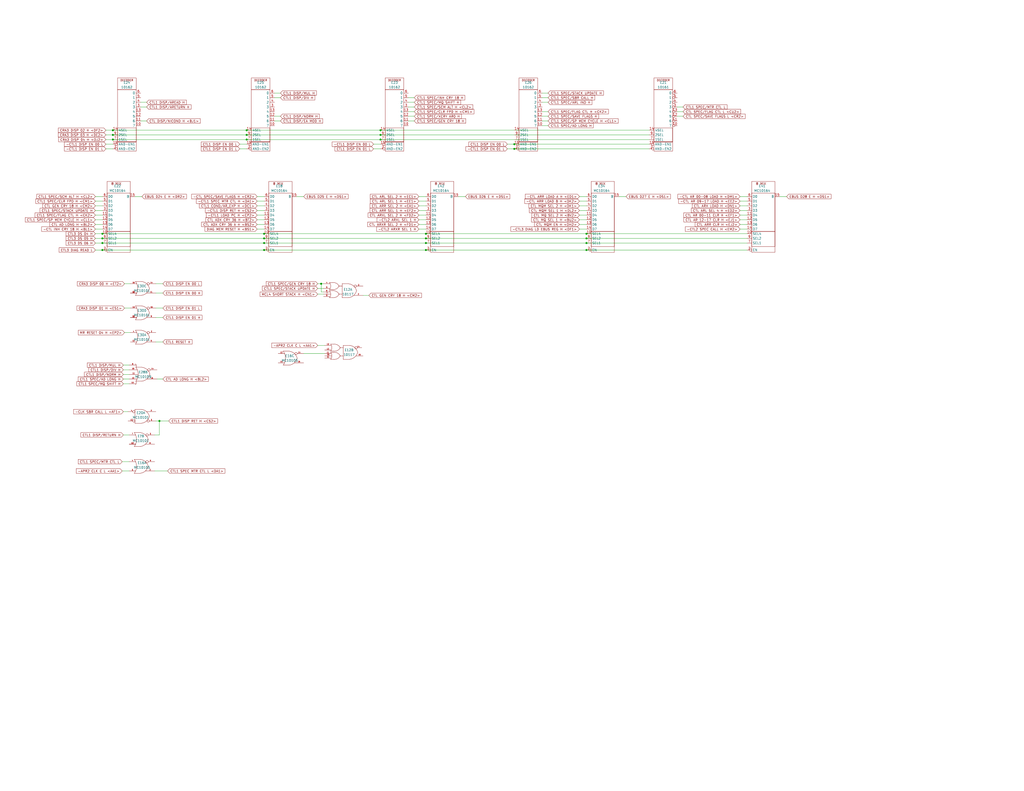
<source format=kicad_sch>
(kicad_sch (version 20211123) (generator eeschema)
  (paper "C")
  (title_block (title "EBOX CONTROL #1 SPEC/FUNC & DIAG") (date "1977-01-25") (company "DIGITAL EQUIPMENT CORPORATION") (comment 1 "M8543-0-0"))
  (lib_symbols
    (symbol "DEC20:10117" (pin_names hide)
      (property "Reference" "E" (at -0.635 0 0))
      (property "Value" "10117" (at 0 -1.905 0))
      (symbol "10117_0_1"
        (arc (start -11.2981 -5.08) (mid -10.6885 -3.175) (end -11.2981 -1.27))
        (arc (start -11.2981 -0.635) (mid -10.6885 1.27) (end -11.2981 3.175))
        (arc (start -9.525 -5.08) (mid -7.5184 -4.6534) (end -6.0962 -3.175))
        (arc (start -9.525 -0.635) (mid -7.5184 -0.2084) (end -6.0962 1.27))
        (arc (start -6.0962 -3.175) (mid -7.5148 -1.6901) (end -9.525 -1.27))
        (arc (start -6.0962 1.27) (mid -7.5148 2.7549) (end -9.525 3.175))
        (arc (start -0.9908 -5.08) (mid 1.8043 -3.854) (end 3.4288 -1.27))
        (polyline (pts (xy -11.43 -5.08) (xy -9.525 -5.08)))
        (polyline (pts (xy -11.43 -1.27) (xy -9.525 -1.27)))
        (polyline (pts (xy -11.43 -0.635) (xy -9.525 -0.635)))
        (polyline (pts (xy -11.43 3.175) (xy -9.525 3.175)))
        (polyline (pts (xy -6.35 -3.175) (xy -4.445 -3.175)))
        (polyline (pts (xy -6.35 1.27) (xy -4.445 1.27)))
        (polyline (pts (xy -4.445 -5.08) (xy -4.445 -5.08)))
        (polyline (pts (xy -4.445 -5.08) (xy -1.0162 -5.08)))
        (polyline (pts (xy -4.445 2.54) (xy -4.445 -5.08)))
        (polyline (pts (xy -4.445 2.54) (xy -1.0162 2.54)))
        (arc (start 3.4288 -1.27) (mid 1.8116 1.3225) (end -0.9908 2.54))
        (pin input line (at -14.605 -4.445 0) (length 3.556) (name "E") (number "9"))
      )
      (symbol "10117_1_1"
        (pin output line (at 6.985 -3.81 180) (length 5.08) (name "Y") (number "2"))
        (pin output inverted (at 6.985 1.27 180) (length 4.826) (name "X") (number "3"))
        (pin input line (at -14.605 2.54 0) (length 3.556) (name "A") (number "4"))
        (pin input line (at -14.605 0 0) (length 3.556) (name "B") (number "5"))
        (pin input line (at -14.605 -1.905 0) (length 3.556) (name "C") (number "6"))
        (pin input line (at -14.605 -3.175 0) (length 3.81) (name "D") (number "7"))
      )
      (symbol "10117_2_1"
        (pin input line (at -14.605 -3.175 0) (length 3.81) (name "D") (number "10"))
        (pin input line (at -14.605 -1.905 0) (length 3.556) (name "C") (number "11"))
        (pin input line (at -14.605 0 0) (length 3.556) (name "B") (number "12"))
        (pin input line (at -14.605 2.54 0) (length 3.556) (name "A") (number "13"))
        (pin input inverted (at 5.715 1.27 180) (length 3.81) (name "X") (number "14"))
        (pin input line (at 6.35 -3.175 180) (length 3.81) (name "Y") (number "15"))
      )
    )
    (symbol "DEC20:10161"
      (property "Reference" "E" (at -0.635 0 0))
      (property "Value" "10161" (at 0 1.905 0))
      (symbol "10161_0_0"
        (rectangle (start -5.08 -29.845) (end 5.08 -34.925))
        (rectangle (start -5.08 -22.225) (end 5.08 -29.845))
        (rectangle (start -5.08 -1.27) (end 5.08 -29.845))
        (rectangle (start -5.08 5.08) (end 5.08 -1.27))
        (text "DECODER" (at 0 3.81 0) (effects (font (size 1.016 1.016))))
      )
      (symbol "10161_1_1"
        (pin output inverted (at 7.62 -20.955 180) (length 2.54) (name "7") (number "10"))
        (pin output inverted (at 7.62 -18.415 180) (length 2.54) (name "6") (number "11"))
        (pin output inverted (at 7.62 -15.875 180) (length 2.54) (name "5") (number "12"))
        (pin output inverted (at 7.62 -13.335 180) (length 2.54) (name "4") (number "13"))
        (pin input line (at -7.62 -23.495 0) (length 2.54) (name "4SEL") (number "14"))
        (pin input inverted (at -7.62 -31.115 0) (length 2.54) (name "AND-EN1") (number "15"))
        (pin input inverted (at -7.62 -33.655 0) (length 2.54) (name "AND-EN2") (number "2"))
        (pin output inverted (at 7.62 -10.795 180) (length 2.54) (name "3") (number "3"))
        (pin output inverted (at 7.62 -8.255 180) (length 2.54) (name "2") (number "4"))
        (pin output inverted (at 7.62 -5.715 180) (length 2.54) (name "1") (number "5"))
        (pin output inverted (at 7.62 -3.175 180) (length 2.54) (name "0") (number "6"))
        (pin input line (at -7.62 -28.575 0) (length 2.54) (name "1SEL") (number "7"))
        (pin input line (at -7.62 -26.035 0) (length 2.54) (name "2SEL") (number "9"))
      )
    )
    (symbol "DEC20:10162"
      (property "Reference" "E" (at -0.635 0 0))
      (property "Value" "10162" (at 0 1.905 0))
      (symbol "10162_0_0"
        (rectangle (start -5.08 -29.845) (end 5.08 -34.925))
        (rectangle (start -5.08 -22.225) (end 5.08 -29.845))
        (rectangle (start -5.08 -1.27) (end 5.08 -29.845))
        (rectangle (start -5.08 5.08) (end 5.08 -1.27))
        (text "DECODER" (at 0 3.81 0) (effects (font (size 1.016 1.016))))
      )
      (symbol "10162_1_1"
        (pin output line (at 7.62 -20.955 180) (length 2.54) (name "7") (number "10"))
        (pin output line (at 7.62 -18.415 180) (length 2.54) (name "6") (number "11"))
        (pin output line (at 7.62 -15.875 180) (length 2.54) (name "5") (number "12"))
        (pin output line (at 7.62 -13.335 180) (length 2.54) (name "4") (number "13"))
        (pin input line (at -7.62 -23.495 0) (length 2.54) (name "4SEL") (number "14"))
        (pin input inverted (at -7.62 -31.115 0) (length 2.54) (name "AND-EN1") (number "15"))
        (pin input inverted (at -7.62 -33.655 0) (length 2.54) (name "AND-EN2") (number "2"))
        (pin output line (at 7.62 -10.795 180) (length 2.54) (name "3") (number "3"))
        (pin output line (at 7.62 -8.255 180) (length 2.54) (name "2") (number "4"))
        (pin output line (at 7.62 -5.715 180) (length 2.54) (name "1") (number "5"))
        (pin output line (at 7.62 -3.175 180) (length 2.54) (name "0") (number "6"))
        (pin input line (at -7.62 -28.575 0) (length 2.54) (name "1SEL") (number "7"))
        (pin input line (at -7.62 -26.035 0) (length 2.54) (name "2SEL") (number "9"))
      )
    )
    (symbol "DEC20:MC10101" (pin_names (offset 0) hide)
      (property "Reference" "E" (at -4.445 0 0))
      (property "Value" "MC10101" (at -6.35 6.35 0))
      (symbol "MC10101_0_0"
        (pin power_in line (at -6.35 6.35 270) (length 2.54) hide (name "VCC1") (number "1"))
        (pin power_in line (at -1.27 6.35 270) (length 3.556) hide (name "VCC2") (number "16"))
        (pin passive line (at -5.08 -6.35 90) (length 2.54) hide (name "VEE") (number "8"))
      )
      (symbol "MC10101_0_1"
        (arc (start -7.3662 -3.81) (mid -6.1452 0) (end -7.3662 3.81))
        (arc (start -4.1658 -3.81) (mid -1.3707 -2.584) (end 0.2538 0))
        (polyline (pts (xy -7.3662 -3.81) (xy -4.1912 -3.81)))
        (polyline (pts (xy -7.3662 3.81) (xy -4.1912 3.81)))
        (arc (start 0.2538 0) (mid -1.3634 2.5925) (end -4.1658 3.81))
        (pin input line (at -10.16 -2.54 0) (length 3.556) (name "COMin") (number "12"))
      )
      (symbol "MC10101_0_2"
        (arc (start -4.1658 -3.81) (mid -1.3707 -2.584) (end 0.2538 0))
        (polyline (pts (xy -7.62 -3.81) (xy -4.1912 -3.81)))
        (polyline (pts (xy -7.62 3.81) (xy -7.62 -3.81)))
        (polyline (pts (xy -7.62 3.81) (xy -4.1912 3.81)))
        (polyline (pts (xy -6.35 3.81) (xy -6.35 3.81)))
        (polyline (pts (xy -6.35 3.81) (xy -6.35 3.81)))
        (arc (start 0.2538 0) (mid -1.3634 2.5925) (end -4.1658 3.81))
        (pin input inverted (at -11.43 -2.54 0) (length 3.81) (name "COMin") (number "12"))
      )
      (symbol "MC10101_1_1"
        (pin output inverted (at 3.81 2.54 180) (length 4.826) (name "~Aout") (number "2"))
        (pin input line (at -10.16 2.54 0) (length 3.556) (name "Ain") (number "4"))
        (pin output line (at 3.81 -2.54 180) (length 5.08) (name "Aout") (number "5"))
      )
      (symbol "MC10101_1_2"
        (circle (center -8.89 2.54) (radius 0.0001))
        (pin output line (at 3.81 2.54 180) (length 5.08) (name "~Aout") (number "2"))
        (pin input inverted (at -11.43 2.54 0) (length 3.81) (name "Ain") (number "4"))
        (pin output inverted (at 3.81 -2.54 180) (length 4.826) (name "Aout") (number "5"))
      )
      (symbol "MC10101_2_1"
        (pin input line (at -10.16 -2.54 0) (length 3.556) (name "COMin") (number "12"))
        (pin output inverted (at 3.81 2.54 180) (length 4.826) (name "~Bout") (number "3"))
        (pin output line (at 3.81 -2.54 180) (length 5.08) (name "Bout") (number "6"))
        (pin input line (at -10.16 2.54 0) (length 3.556) (name "Bin") (number "7"))
      )
      (symbol "MC10101_2_2"
        (circle (center -8.89 2.54) (radius 0.0001))
        (pin output line (at 3.81 2.54 180) (length 5.08) (name "~Bout") (number "3"))
        (pin output inverted (at 3.81 -2.54 180) (length 4.826) (name "Bout") (number "6"))
        (pin input inverted (at -11.43 2.54 0) (length 3.81) (name "Bin") (number "7"))
      )
      (symbol "MC10101_3_1"
        (pin input line (at -10.16 2.54 0) (length 3.556) (name "Cin") (number "10"))
        (pin output line (at 3.81 -2.54 180) (length 5.08) (name "Cout") (number "11"))
        (pin input line (at -10.16 -2.54 0) (length 3.556) (name "COMin") (number "12"))
        (pin output inverted (at 3.81 2.54 180) (length 4.826) (name "~Cout") (number "14"))
      )
      (symbol "MC10101_3_2"
        (circle (center -8.89 2.54) (radius 0.0001))
        (pin input inverted (at -11.43 2.54 0) (length 3.81) (name "Cin") (number "10"))
        (pin output inverted (at 3.81 -2.54 180) (length 4.826) (name "Cout") (number "11"))
        (pin output line (at 3.81 2.54 180) (length 4.826) (name "~Cout") (number "14"))
      )
      (symbol "MC10101_4_1"
        (pin input line (at -10.16 -2.54 0) (length 3.556) (name "COMin") (number "12"))
        (pin input line (at -10.16 2.54 0) (length 3.556) (name "Din") (number "13"))
        (pin output inverted (at 3.81 2.54 180) (length 4.826) (name "~Dout") (number "15"))
        (pin output line (at 3.81 -2.54 180) (length 5.08) (name "Dout") (number "9"))
      )
      (symbol "MC10101_4_2"
        (circle (center -8.89 2.54) (radius 0.0001))
        (pin input inverted (at -11.43 2.54 0) (length 3.81) (name "Din") (number "13"))
        (pin output line (at 3.81 2.54 180) (length 5.08) (name "~Dout") (number "15"))
        (pin output inverted (at 3.81 -2.54 180) (length 4.826) (name "Dout") (number "9"))
      )
    )
    (symbol "DEC20:MC10105" (pin_names hide)
      (property "Reference" "E" (at -1.27 -5.08 0))
      (property "Value" "MC10105" (at 0 0 0))
      (symbol "MC10105_0_0"
        (pin power_in line (at -2.54 1.27 270) (length 2.54) hide (name "VCC1") (number "1"))
        (pin power_in line (at 2.54 1.27 270) (length 3.556) hide (name "VCC2") (number "16"))
        (pin passive line (at -1.27 -11.43 90) (length 2.54) hide (name "VEE") (number "8"))
      )
      (symbol "MC10105_0_1"
        (arc (start -3.5562 -8.89) (mid -2.3352 -5.08) (end -3.5562 -1.27))
        (arc (start -0.3558 -8.89) (mid 2.4393 -7.664) (end 4.0638 -5.08))
        (polyline (pts (xy -3.5562 -8.89) (xy -0.3812 -8.89)))
        (polyline (pts (xy -3.5562 -1.27) (xy -0.3812 -1.27)))
        (arc (start 4.0638 -5.08) (mid 2.4466 -2.4875) (end -0.3558 -1.27))
      )
      (symbol "MC10105_1_1"
        (pin output line (at 7.62 -7.62 180) (length 5.08) (name "Aout") (number "2"))
        (pin output inverted (at 7.62 -2.54 180) (length 4.826) (name "~Aout") (number "3"))
        (pin input line (at -6.35 -2.54 0) (length 3.556) (name "Ain1") (number "4"))
        (pin input line (at -6.35 -7.62 0) (length 3.556) (name "Ain2") (number "5"))
      )
      (symbol "MC10105_2_1"
        (pin input line (at -6.35 -5.08 0) (length 4.064) (name "Bin2") (number "10"))
        (pin input line (at -6.35 -7.62 0) (length 3.556) (name "Bin3") (number "11"))
        (pin output inverted (at 7.62 -2.54 180) (length 4.826) (name "~Bout") (number "6"))
        (pin output line (at 7.62 -7.62 180) (length 5.08) (name "Bout") (number "7"))
        (pin input line (at -6.35 -2.54 0) (length 3.556) (name "Bin1") (number "9"))
      )
      (symbol "MC10105_3_1"
        (pin input line (at -6.35 -2.54 0) (length 3.556) (name "Cin1") (number "12"))
        (pin input line (at -6.35 -7.62 0) (length 3.556) (name "Cin2") (number "13"))
        (pin output inverted (at 7.62 -2.54 180) (length 4.826) (name "~Cout") (number "14"))
        (pin output line (at 7.62 -7.62 180) (length 5.08) (name "Cout") (number "15"))
      )
    )
    (symbol "DEC20:MC10109" (pin_names hide)
      (property "Reference" "E" (at 2.54 3.81 0))
      (property "Value" "MC10109" (at 5.08 8.89 0))
      (symbol "MC10109_0_0"
        (pin power_in line (at 0.889 10.287 270) (length 2.54) hide (name "VCC1") (number "1"))
        (pin power_in line (at 5.969 10.287 270) (length 3.556) hide (name "VCC2") (number "16"))
        (pin passive line (at 2.159 -2.413 90) (length 2.54) hide (name "VEE") (number "8"))
      )
      (symbol "MC10109_0_1"
        (arc (start -0.381 -1.778) (mid 0.0502 -0.866) (end -0.1272 0.127))
        (arc (start -0.1272 0.127) (mid 1.0938 3.937) (end -0.1272 7.747))
        (arc (start -0.1272 7.747) (mid 0.0496 8.74) (end -0.381 9.652))
        (polyline (pts (xy -0.1272 0.127) (xy 3.0478 0.127)))
        (polyline (pts (xy -0.1272 7.747) (xy 3.0478 7.747)))
        (arc (start 3.0732 0.127) (mid 5.8683 1.353) (end 7.4928 3.937))
        (arc (start 7.4928 3.937) (mid 5.8756 6.5295) (end 3.0732 7.747))
      )
      (symbol "MC10109_1_1"
        (pin output line (at 11.43 1.27 180) (length 5.588) (name "Aout") (number "2"))
        (pin output inverted (at 11.43 6.35 180) (length 5.08) (name "~Aout") (number "3"))
        (pin input line (at -3.81 8.89 0) (length 3.556) (name "Bin1") (number "4"))
        (pin input line (at -3.81 6.35 0) (length 4.318) (name "Bin2") (number "5"))
        (pin input line (at -3.81 1.27 0) (length 4.318) (name "Bin3") (number "6"))
        (pin input line (at -3.81 -1.27 0) (length 3.556) (name "Bin4") (number "7"))
      )
      (symbol "MC10109_2_1"
        (pin input line (at -3.81 6.35 0) (length 4.318) (name "Bin2") (number "10"))
        (pin input line (at -3.81 3.81 0) (length 4.826) (name "Bin3") (number "11"))
        (pin input line (at -3.81 1.27 0) (length 4.318) (name "Bin4") (number "12"))
        (pin input line (at -3.81 -1.27 0) (length 3.683) (name "Bin5") (number "13"))
        (pin output inverted (at 11.43 6.35 180) (length 5.08) (name "~Bout") (number "14"))
        (pin output line (at 11.43 1.27 180) (length 5.588) (name "Bout") (number "15"))
        (pin input line (at -3.81 8.89 0) (length 3.81) (name "Bin1") (number "9"))
      )
    )
    (symbol "DEC20:MC10164"
      (property "Reference" "E" (at -1.27 -3.81 0))
      (property "Value" "MC10164" (at 0 -1.905 0))
      (symbol "MC10164_0_0"
        (rectangle (start -5.08 -26.035) (end 7.62 -34.29))
        (rectangle (start -5.08 -5.08) (end 7.62 -26.035))
        (rectangle (start -5.08 1.27) (end 7.62 -37.465))
        (text "8 MIX" (at 0 0 0) (effects (font (size 1.27 1.27))))
        (pin power_in non_logic (at -3.81 3.81 270) (length 2.54) hide (name "VCC1") (number "1"))
        (pin input line (at -7.62 -27.305 0) (length 2.54) (name "SEL4") (number "10"))
        (pin input line (at -7.62 -17.145 0) (length 2.54) (name "D4") (number "11"))
        (pin input line (at -7.62 -19.685 0) (length 2.54) (name "D5") (number "12"))
        (pin input line (at -7.62 -22.225 0) (length 2.54) (name "D6") (number "13"))
        (pin input line (at -7.62 -24.765 0) (length 2.54) (name "D7") (number "14"))
        (pin output line (at 10.16 -6.985 180) (length 2.54) (name "B") (number "15"))
        (pin power_in non_logic (at -1.27 3.81 270) (length 2.54) hide (name "VCC2") (number "16"))
        (pin input inverted (at -7.62 -36.195 0) (length 2.54) (name "EN") (number "2"))
        (pin input line (at -7.62 -14.605 0) (length 2.54) (name "D3") (number "3"))
        (pin input line (at -7.62 -12.065 0) (length 2.54) (name "D2") (number "4"))
        (pin input line (at -7.62 -9.525 0) (length 2.54) (name "D1") (number "5"))
        (pin input line (at -7.62 -6.985 0) (length 2.54) (name "D0") (number "6"))
        (pin input line (at -7.62 -32.385 0) (length 2.54) (name "SEL1") (number "7"))
        (pin power_in non_logic (at 0.635 -40.005 90) (length 2.54) hide (name "VEE") (number "8"))
        (pin input line (at -7.62 -29.845 0) (length 2.54) (name "SEL2") (number "9"))
      )
    )
  )
  (junction (at 320.04 132.715))
  (junction (at 134.62 76.2))
  (junction (at 55.88 132.715))
  (junction (at 61.595 71.12))
  (junction (at 144.145 132.715))
  (junction (at 134.62 73.66))
  (junction (at 280.67 81.28))
  (junction (at 55.88 130.175))
  (junction (at 207.645 73.66))
  (junction (at 175.26 154.94))
  (junction (at 232.41 136.525))
  (junction (at 232.41 130.175))
  (junction (at 232.41 127.635))
  (junction (at 55.88 136.525))
  (junction (at 144.145 136.525))
  (junction (at 61.595 76.2))
  (junction (at 320.04 130.175))
  (junction (at 320.04 127.635))
  (junction (at 232.41 132.715))
  (junction (at 134.62 71.12))
  (junction (at 55.88 127.635))
  (junction (at 61.595 73.66))
  (junction (at 320.04 136.525))
  (junction (at 144.145 127.635))
  (junction (at 207.645 71.12))
  (junction (at 86.995 229.87))
  (junction (at 280.67 78.74))
  (junction (at 144.145 130.175))
  (junction (at 207.645 76.2))
  (wire (pts (xy 295.91 66.04) (xy 299.085 66.04)))
  (wire (pts (xy 403.86 114.935) (xy 407.67 114.935)))
  (wire (pts (xy 149.86 50.8) (xy 153.035 50.8)))
  (wire (pts (xy 140.335 112.395) (xy 144.145 112.395)))
  (wire (pts (xy 73.66 107.315) (xy 77.47 107.315)))
  (wire (pts (xy 207.645 76.2) (xy 280.67 76.2)))
  (wire (pts (xy 316.23 107.315) (xy 320.04 107.315)))
  (wire (pts (xy 52.07 125.095) (xy 55.88 125.095)))
  (wire (pts (xy 85.09 168.275) (xy 88.9 168.275)))
  (wire (pts (xy 222.885 58.42) (xy 226.06 58.42)))
  (wire (pts (xy 76.835 55.88) (xy 80.01 55.88)))
  (wire (pts (xy 149.86 53.34) (xy 153.035 53.34)))
  (wire (pts (xy 281.305 71.12) (xy 354.33 71.12)))
  (wire (pts (xy 403.86 125.095) (xy 407.67 125.095)))
  (wire (pts (xy 281.305 73.66) (xy 354.33 73.66)))
  (wire (pts (xy 232.41 132.715) (xy 320.04 132.715)))
  (wire (pts (xy 52.07 127.635) (xy 55.88 127.635)))
  (wire (pts (xy 76.835 58.42) (xy 80.01 58.42)))
  (wire (pts (xy 140.335 117.475) (xy 144.145 117.475)))
  (wire (pts (xy 144.145 127.635) (xy 232.41 127.635)))
  (wire (pts (xy 84.455 237.49) (xy 86.995 237.49)))
  (wire (pts (xy 134.62 76.2) (xy 207.645 76.2)))
  (wire (pts (xy 140.335 107.315) (xy 144.145 107.315)))
  (wire (pts (xy 144.145 132.715) (xy 232.41 132.715)))
  (wire (pts (xy 228.6 125.095) (xy 232.41 125.095)))
  (wire (pts (xy 140.335 114.935) (xy 144.145 114.935)))
  (wire (pts (xy 161.925 107.315) (xy 165.735 107.315)))
  (wire (pts (xy 85.725 207.01) (xy 88.9 207.01)))
  (wire (pts (xy 67.31 201.93) (xy 70.485 201.93)))
  (wire (pts (xy 403.86 117.475) (xy 407.67 117.475)))
  (wire (pts (xy 61.595 71.12) (xy 134.62 71.12)))
  (wire (pts (xy 403.86 109.855) (xy 407.67 109.855)))
  (wire (pts (xy 232.41 127.635) (xy 320.04 127.635)))
  (wire (pts (xy 281.305 76.2) (xy 354.33 76.2)))
  (wire (pts (xy 165.735 193.04) (xy 177.165 193.04)))
  (wire (pts (xy 228.6 117.475) (xy 232.41 117.475)))
  (wire (pts (xy 276.86 78.74) (xy 280.67 78.74)))
  (wire (pts (xy 320.04 132.715) (xy 407.67 132.715)))
  (wire (pts (xy 67.945 154.94) (xy 71.12 154.94)))
  (wire (pts (xy 130.81 81.28) (xy 134.62 81.28)))
  (wire (pts (xy 228.6 120.015) (xy 232.41 120.015)))
  (wire (pts (xy 228.6 122.555) (xy 232.41 122.555)))
  (wire (pts (xy 320.04 127.635) (xy 407.67 127.635)))
  (wire (pts (xy 55.88 132.715) (xy 144.145 132.715)))
  (wire (pts (xy 369.57 60.96) (xy 372.745 60.96)))
  (wire (pts (xy 337.82 107.315) (xy 341.63 107.315)))
  (wire (pts (xy 276.86 81.28) (xy 280.67 81.28)))
  (wire (pts (xy 144.145 130.175) (xy 232.41 130.175)))
  (wire (pts (xy 316.23 120.015) (xy 320.04 120.015)))
  (wire (pts (xy 52.07 120.015) (xy 55.88 120.015)))
  (wire (pts (xy 403.86 107.315) (xy 407.67 107.315)))
  (wire (pts (xy 222.885 53.34) (xy 226.06 53.34)))
  (wire (pts (xy 203.835 78.74) (xy 207.645 78.74)))
  (wire (pts (xy 76.835 66.04) (xy 80.01 66.04)))
  (wire (pts (xy 369.57 58.42) (xy 372.745 58.42)))
  (wire (pts (xy 149.86 63.5) (xy 153.035 63.5)))
  (wire (pts (xy 67.31 237.49) (xy 70.485 237.49)))
  (wire (pts (xy 320.04 130.175) (xy 407.67 130.175)))
  (wire (pts (xy 175.26 159.385) (xy 175.26 154.94)))
  (wire (pts (xy 67.31 207.01) (xy 70.485 207.01)))
  (wire (pts (xy 55.88 136.525) (xy 144.145 136.525)))
  (wire (pts (xy 66.675 257.175) (xy 70.485 257.175)))
  (wire (pts (xy 316.23 114.935) (xy 320.04 114.935)))
  (wire (pts (xy 52.07 114.935) (xy 55.88 114.935)))
  (wire (pts (xy 67.31 204.47) (xy 70.485 204.47)))
  (wire (pts (xy 369.57 63.5) (xy 372.745 63.5)))
  (wire (pts (xy 57.785 73.66) (xy 61.595 73.66)))
  (wire (pts (xy 295.91 68.58) (xy 299.085 68.58)))
  (wire (pts (xy 52.07 122.555) (xy 55.88 122.555)))
  (wire (pts (xy 295.91 60.96) (xy 299.085 60.96)))
  (wire (pts (xy 67.31 209.55) (xy 70.485 209.55)))
  (wire (pts (xy 222.885 63.5) (xy 226.06 63.5)))
  (wire (pts (xy 222.885 60.96) (xy 226.06 60.96)))
  (wire (pts (xy 52.07 117.475) (xy 55.88 117.475)))
  (wire (pts (xy 403.86 122.555) (xy 407.67 122.555)))
  (wire (pts (xy 55.88 130.175) (xy 144.145 130.175)))
  (wire (pts (xy 173.355 157.48) (xy 176.53 157.48)))
  (wire (pts (xy 316.23 112.395) (xy 320.04 112.395)))
  (wire (pts (xy 280.67 78.74) (xy 354.33 78.74)))
  (wire (pts (xy 85.09 173.355) (xy 88.9 173.355)))
  (wire (pts (xy 295.91 63.5) (xy 299.085 63.5)))
  (wire (pts (xy 173.355 160.655) (xy 176.53 160.655)))
  (wire (pts (xy 149.86 66.04) (xy 153.035 66.04)))
  (wire (pts (xy 84.455 257.175) (xy 91.44 257.175)))
  (wire (pts (xy 52.07 136.525) (xy 55.88 136.525)))
  (wire (pts (xy 67.31 224.79) (xy 69.85 224.79)))
  (wire (pts (xy 316.23 109.855) (xy 320.04 109.855)))
  (wire (pts (xy 66.675 252.095) (xy 70.485 252.095)))
  (wire (pts (xy 52.07 107.315) (xy 55.88 107.315)))
  (wire (pts (xy 228.6 112.395) (xy 232.41 112.395)))
  (wire (pts (xy 232.41 136.525) (xy 320.04 136.525)))
  (wire (pts (xy 144.145 136.525) (xy 232.41 136.525)))
  (wire (pts (xy 175.26 154.94) (xy 176.53 154.94)))
  (wire (pts (xy 198.12 161.29) (xy 201.295 161.29)))
  (wire (pts (xy 232.41 130.175) (xy 320.04 130.175)))
  (wire (pts (xy 207.645 73.66) (xy 280.67 73.66)))
  (wire (pts (xy 140.335 125.095) (xy 144.145 125.095)))
  (wire (pts (xy 57.785 76.2) (xy 61.595 76.2)))
  (wire (pts (xy 67.945 181.61) (xy 71.12 181.61)))
  (wire (pts (xy 425.45 107.315) (xy 429.26 107.315)))
  (wire (pts (xy 228.6 109.855) (xy 232.41 109.855)))
  (wire (pts (xy 228.6 107.315) (xy 232.41 107.315)))
  (wire (pts (xy 295.91 53.34) (xy 299.085 53.34)))
  (wire (pts (xy 207.645 71.12) (xy 280.67 71.12)))
  (wire (pts (xy 222.885 55.88) (xy 226.06 55.88)))
  (wire (pts (xy 52.07 109.855) (xy 55.88 109.855)))
  (wire (pts (xy 130.81 78.74) (xy 134.62 78.74)))
  (wire (pts (xy 403.86 112.395) (xy 407.67 112.395)))
  (wire (pts (xy 403.86 120.015) (xy 407.67 120.015)))
  (wire (pts (xy 320.04 136.525) (xy 407.67 136.525)))
  (wire (pts (xy 85.09 154.94) (xy 88.9 154.94)))
  (wire (pts (xy 61.595 76.2) (xy 134.62 76.2)))
  (wire (pts (xy 85.09 160.02) (xy 88.9 160.02)))
  (wire (pts (xy 316.23 117.475) (xy 320.04 117.475)))
  (wire (pts (xy 61.595 73.66) (xy 134.62 73.66)))
  (wire (pts (xy 57.785 81.28) (xy 61.595 81.28)))
  (wire (pts (xy 173.355 188.595) (xy 177.165 188.595)))
  (wire (pts (xy 228.6 114.935) (xy 232.41 114.935)))
  (wire (pts (xy 57.785 78.74) (xy 61.595 78.74)))
  (wire (pts (xy 295.91 55.88) (xy 299.085 55.88)))
  (wire (pts (xy 250.19 107.315) (xy 254 107.315)))
  (wire (pts (xy 52.07 130.175) (xy 55.88 130.175)))
  (wire (pts (xy 85.09 186.69) (xy 88.9 186.69)))
  (wire (pts (xy 134.62 73.66) (xy 207.645 73.66)))
  (wire (pts (xy 316.23 122.555) (xy 320.04 122.555)))
  (wire (pts (xy 295.91 50.8) (xy 299.085 50.8)))
  (wire (pts (xy 222.885 66.04) (xy 226.06 66.04)))
  (wire (pts (xy 203.835 81.28) (xy 207.645 81.28)))
  (wire (pts (xy 52.07 112.395) (xy 55.88 112.395)))
  (wire (pts (xy 280.67 81.28) (xy 354.33 81.28)))
  (wire (pts (xy 316.23 125.095) (xy 320.04 125.095)))
  (wire (pts (xy 140.335 120.015) (xy 144.145 120.015)))
  (wire (pts (xy 140.335 122.555) (xy 144.145 122.555)))
  (wire (pts (xy 57.785 71.12) (xy 61.595 71.12)))
  (wire (pts (xy 67.945 168.275) (xy 71.12 168.275)))
  (wire (pts (xy 86.995 229.87) (xy 92.075 229.87)))
  (wire (pts (xy 134.62 71.12) (xy 207.645 71.12)))
  (wire (pts (xy 52.07 132.715) (xy 55.88 132.715)))
  (wire (pts (xy 86.995 229.87) (xy 85.09 229.87)))
  (wire (pts (xy 140.335 109.855) (xy 144.145 109.855)))
  (wire (pts (xy 173.355 154.94) (xy 175.26 154.94)))
  (wire (pts (xy 55.88 127.635) (xy 144.145 127.635)))
  (wire (pts (xy 176.53 159.385) (xy 175.26 159.385)))
  (wire (pts (xy 86.995 237.49) (xy 86.995 229.87)))
  (wire (pts (xy 67.31 199.39) (xy 70.485 199.39)))
  (global_label "CTL ARX LOAD H <DN1>" (shape input) (at 403.86 112.395 180) (property "Intersheet References" "${INTERSHEET_REFS}" (effects hide)))
  (global_label "CRA3 DISP 04 H <DJ2>" (shape input) (at 57.785 76.2 180) (property "Intersheet References" "${INTERSHEET_REFS}" (effects hide)))
  (global_label "CTL1 DISP EN 01 L" (shape input) (at 203.835 81.28 180) (property "Intersheet References" "${INTERSHEET_REFS}" (effects hide)))
  (global_label "-CLK SBR CALL L <AF1>" (shape input) (at 67.31 224.79 180) (property "Intersheet References" "${INTERSHEET_REFS}" (effects hide)))
  (global_label "CTL1 DISP{slash}MUL H" (shape input) (at 153.035 50.8 0) (property "Intersheet References" "${INTERSHEET_REFS}" (effects hide)))
  (global_label "CTL1 SPEC{slash}ARL IND H" (shape input) (at 299.085 55.88 0) (property "Intersheet References" "${INTERSHEET_REFS}" (effects hide)))
  (global_label "-CTL1 DISP EN 01 L" (shape input) (at 276.86 81.28 180) (property "Intersheet References" "${INTERSHEET_REFS}" (effects hide)))
  (global_label "-APR2 CLK C L <AA1>" (shape input) (at 173.355 188.595 180) (property "Intersheet References" "${INTERSHEET_REFS}" (effects hide)))
  (global_label "CTL1 DISP{slash}AREAD H" (shape input) (at 80.01 55.88 0) (property "Intersheet References" "${INTERSHEET_REFS}" (effects hide)))
  (global_label "CTL1 SPEC{slash}GEN CRY 18 H" (shape input) (at 173.355 154.94 180) (property "Intersheet References" "${INTERSHEET_REFS}" (effects hide)))
  (global_label "CTL1 SPEC{slash}MTR CTL L" (shape input) (at 372.745 58.42 0) (property "Intersheet References" "${INTERSHEET_REFS}" (effects hide)))
  (global_label "EBUS D25 E H <DS1>" (shape input) (at 165.735 107.315 0) (property "Intersheet References" "${INTERSHEET_REFS}" (effects hide)))
  (global_label "-CTL1 DISP EN 00 L" (shape input) (at 203.835 78.74 180) (property "Intersheet References" "${INTERSHEET_REFS}" (effects hide)))
  (global_label "CTL ARXR SEL 2 H <FD1>" (shape input) (at 228.6 122.555 180) (property "Intersheet References" "${INTERSHEET_REFS}" (effects hide)))
  (global_label "CTL1 SPEC{slash}INH CRY 18 H" (shape input) (at 226.06 53.34 0) (property "Intersheet References" "${INTERSHEET_REFS}" (effects hide)))
  (global_label "CTL1 COND{slash}AR_EXP H <DC1>" (shape input) (at 140.335 112.395 180) (property "Intersheet References" "${INTERSHEET_REFS}" (effects hide)))
  (global_label "CTL ADX CRY 36 H <BT2>" (shape input) (at 140.335 120.015 180) (property "Intersheet References" "${INTERSHEET_REFS}" (effects hide)))
  (global_label "CTL AD LONG H <BL2>" (shape input) (at 52.07 122.555 180) (property "Intersheet References" "${INTERSHEET_REFS}" (effects hide)))
  (global_label "CTL ARL SEL 2 H <EC1>" (shape input) (at 228.6 107.315 180) (property "Intersheet References" "${INTERSHEET_REFS}" (effects hide)))
  (global_label "EBUS D26 E H <DS1>" (shape input) (at 254 107.315 0) (property "Intersheet References" "${INTERSHEET_REFS}" (effects hide)))
  (global_label "CTL1 SPEC{slash}SAVE FLAGS H" (shape input) (at 299.085 63.5 0) (property "Intersheet References" "${INTERSHEET_REFS}" (effects hide)))
  (global_label "EBUS D27 E H <DS1>" (shape input) (at 341.63 107.315 0) (property "Intersheet References" "${INTERSHEET_REFS}" (effects hide)))
  (global_label "CTL3 DS 04 H" (shape input) (at 52.07 127.635 180) (property "Intersheet References" "${INTERSHEET_REFS}" (effects hide)))
  (global_label "CTL1 DISP{slash}NORM H" (shape input) (at 153.035 63.5 0) (property "Intersheet References" "${INTERSHEET_REFS}" (effects hide)))
  (global_label "CTL1 DISP{slash}NORM H" (shape input) (at 67.31 204.47 180) (property "Intersheet References" "${INTERSHEET_REFS}" (effects hide)))
  (global_label "CRA3 DISP 01 H <ES1>" (shape input) (at 67.945 168.275 180) (property "Intersheet References" "${INTERSHEET_REFS}" (effects hide)))
  (global_label "CTL1 SPEC{slash}SP MEM CYCLE H <CL1>" (shape input) (at 299.085 66.04 0) (property "Intersheet References" "${INTERSHEET_REFS}" (effects hide)))
  (global_label "CTL1 DISP EN 01 H" (shape input) (at 88.9 173.355 0) (property "Intersheet References" "${INTERSHEET_REFS}" (effects hide)))
  (global_label "-CTL ARR LOAD A H <ED1>" (shape input) (at 316.23 107.315 180) (property "Intersheet References" "${INTERSHEET_REFS}" (effects hide)))
  (global_label "CTL1 SPEC{slash}CLR FPD H <CM1>" (shape input) (at 226.06 60.96 0) (property "Intersheet References" "${INTERSHEET_REFS}" (effects hide)))
  (global_label "CTL GEN CRY 18 H <CM2>" (shape input) (at 201.295 161.29 0) (property "Intersheet References" "${INTERSHEET_REFS}" (effects hide)))
  (global_label "CTL MQM EN H <DH2>" (shape input) (at 316.23 122.555 180) (property "Intersheet References" "${INTERSHEET_REFS}" (effects hide)))
  (global_label "-CTL AR 09-17 LOAD H <EE2>" (shape input) (at 403.86 109.855 180) (property "Intersheet References" "${INTERSHEET_REFS}" (effects hide)))
  (global_label "CTL ARR CLR H <EJ2>" (shape input) (at 403.86 122.555 180) (property "Intersheet References" "${INTERSHEET_REFS}" (effects hide)))
  (global_label "CTL1 DISP EN 01 L" (shape input) (at 88.9 168.275 0) (property "Intersheet References" "${INTERSHEET_REFS}" (effects hide)))
  (global_label "CTL3 DS 05 H" (shape input) (at 52.07 130.175 180) (property "Intersheet References" "${INTERSHEET_REFS}" (effects hide)))
  (global_label "CTL1 SPEC{slash}SBR CALL H" (shape input) (at 299.085 53.34 0) (property "Intersheet References" "${INTERSHEET_REFS}" (effects hide)))
  (global_label "CTL1 DISP{slash}RETURN H" (shape input) (at 67.31 237.49 180) (property "Intersheet References" "${INTERSHEET_REFS}" (effects hide)))
  (global_label "CTL1 SPEC{slash}MQ SHIFT H" (shape input) (at 67.31 209.55 180) (property "Intersheet References" "${INTERSHEET_REFS}" (effects hide)))
  (global_label "CTL1 DISP EN 00 L" (shape input) (at 130.81 78.74 180) (property "Intersheet References" "${INTERSHEET_REFS}" (effects hide)))
  (global_label "CTL1 RESET H" (shape input) (at 88.9 186.69 0) (property "Intersheet References" "${INTERSHEET_REFS}" (effects hide)))
  (global_label "CTL MQM SEL 2 H <DK1>" (shape input) (at 316.23 112.395 180) (property "Intersheet References" "${INTERSHEET_REFS}" (effects hide)))
  (global_label "CTL1 SPEC{slash}SCM ALT H <CL2>" (shape input) (at 52.07 107.315 180) (property "Intersheet References" "${INTERSHEET_REFS}" (effects hide)))
  (global_label "CTL1 SPEC{slash}MTR CTL L" (shape input) (at 66.675 252.095 180) (property "Intersheet References" "${INTERSHEET_REFS}" (effects hide)))
  (global_label "-CTL AR 00-08 LOAD H <DM1>" (shape input) (at 403.86 107.315 180) (property "Intersheet References" "${INTERSHEET_REFS}" (effects hide)))
  (global_label "CTL1 SPEC{slash}MQ SHIFT H" (shape input) (at 226.06 55.88 0) (property "Intersheet References" "${INTERSHEET_REFS}" (effects hide)))
  (global_label "CTL SPEC{slash}SAVE FLAGS L <CR2>" (shape input) (at 372.745 63.5 0) (property "Intersheet References" "${INTERSHEET_REFS}" (effects hide)))
  (global_label "EBUS D28 E H <DS1>" (shape input) (at 429.26 107.315 0) (property "Intersheet References" "${INTERSHEET_REFS}" (effects hide)))
  (global_label "CTL1 SPEC{slash}XCRY AR0 H" (shape input) (at 226.06 63.5 0) (property "Intersheet References" "${INTERSHEET_REFS}" (effects hide)))
  (global_label "CTL1 DISP{slash}EA MOD H" (shape input) (at 153.035 66.04 0) (property "Intersheet References" "${INTERSHEET_REFS}" (effects hide)))
  (global_label "CTL1 DISP{slash}DIV H" (shape input) (at 153.035 53.34 0) (property "Intersheet References" "${INTERSHEET_REFS}" (effects hide)))
  (global_label "CTL1 SPEC{slash}STACK UPDATE H" (shape input) (at 299.085 50.8 0) (property "Intersheet References" "${INTERSHEET_REFS}" (effects hide)))
  (global_label "-CTL INH CRY 18 H <BL1>" (shape input) (at 52.07 125.095 180) (property "Intersheet References" "${INTERSHEET_REFS}" (effects hide)))
  (global_label "CTL1 DISP EN 00 H" (shape input) (at 88.9 160.02 0) (property "Intersheet References" "${INTERSHEET_REFS}" (effects hide)))
  (global_label "CTL1 DISP{slash}MUL H" (shape input) (at 67.31 199.39 180) (property "Intersheet References" "${INTERSHEET_REFS}" (effects hide)))
  (global_label "-APR2 CLK C L <AA1>" (shape input) (at 66.675 257.175 180) (property "Intersheet References" "${INTERSHEET_REFS}" (effects hide)))
  (global_label "CTL ARR SEL 2 H <EA1>" (shape input) (at 228.6 112.395 180) (property "Intersheet References" "${INTERSHEET_REFS}" (effects hide)))
  (global_label "MR RESET 04 H <EP2>" (shape input) (at 67.945 181.61 180) (property "Intersheet References" "${INTERSHEET_REFS}" (effects hide)))
  (global_label "CTL ARR SEL 1 H <EF2>" (shape input) (at 228.6 114.935 180) (property "Intersheet References" "${INTERSHEET_REFS}" (effects hide)))
  (global_label "CTL ADX CRY 36 A H <BS2>" (shape input) (at 140.335 122.555 180) (property "Intersheet References" "${INTERSHEET_REFS}" (effects hide)))
  (global_label "CTL1 SPEC{slash}STACK UPDATE H" (shape input) (at 173.355 157.48 180) (property "Intersheet References" "${INTERSHEET_REFS}" (effects hide)))
  (global_label "-CTL ARR LOAD B H <DK2>" (shape input) (at 316.23 109.855 180) (property "Intersheet References" "${INTERSHEET_REFS}" (effects hide)))
  (global_label "CRA3 DISP 00 H <ET2>" (shape input) (at 67.945 154.94 180) (property "Intersheet References" "${INTERSHEET_REFS}" (effects hide)))
  (global_label "-CTL2 ARXR SEL 1 H" (shape input) (at 228.6 125.095 180) (property "Intersheet References" "${INTERSHEET_REFS}" (effects hide)))
  (global_label "CTL ARL SEL 4 H <ED2>" (shape input) (at 403.86 114.935 180) (property "Intersheet References" "${INTERSHEET_REFS}" (effects hide)))
  (global_label "CTL1 DISP EN 00 L" (shape input) (at 88.9 154.94 0) (property "Intersheet References" "${INTERSHEET_REFS}" (effects hide)))
  (global_label "CTL GEN CRY 18 H <CM2>" (shape input) (at 52.07 112.395 180) (property "Intersheet References" "${INTERSHEET_REFS}" (effects hide)))
  (global_label "CTL1 SPEC{slash}STACK UPDATE H" (shape input) (at 52.07 114.935 180) (property "Intersheet References" "${INTERSHEET_REFS}" (effects hide)))
  (global_label "CTL1 SPEC{slash}GEN CRY 18 H" (shape input) (at 226.06 66.04 0) (property "Intersheet References" "${INTERSHEET_REFS}" (effects hide)))
  (global_label "CRA3 DISP 02 H <DF2>" (shape input) (at 57.785 71.12 180) (property "Intersheet References" "${INTERSHEET_REFS}" (effects hide)))
  (global_label "CTL3 DIAG READ L" (shape input) (at 52.07 136.525 180) (property "Intersheet References" "${INTERSHEET_REFS}" (effects hide)))
  (global_label "CRA3 DISP 03 H <DE2>" (shape input) (at 57.785 73.66 180) (property "Intersheet References" "${INTERSHEET_REFS}" (effects hide)))
  (global_label "CTL MQ SEL 1 H <BU2>" (shape input) (at 316.23 120.015 180) (property "Intersheet References" "${INTERSHEET_REFS}" (effects hide)))
  (global_label "CTL DISP{slash}NICOND H <BJ1>" (shape input) (at 80.01 66.04 0) (property "Intersheet References" "${INTERSHEET_REFS}" (effects hide)))
  (global_label "CTL1 SPEC{slash}FLAG CTL H <CK2>" (shape input) (at 299.085 60.96 0) (property "Intersheet References" "${INTERSHEET_REFS}" (effects hide)))
  (global_label "DIAG MEM RESET H <BS1>" (shape input) (at 140.335 125.095 180) (property "Intersheet References" "${INTERSHEET_REFS}" (effects hide)))
  (global_label "CTL1 SPEC MTR CTL L <DA1>" (shape input) (at 91.44 257.175 0) (property "Intersheet References" "${INTERSHEET_REFS}" (effects hide)))
  (global_label "-CTL1 DISP EN 00 L" (shape input) (at 57.785 78.74 180) (property "Intersheet References" "${INTERSHEET_REFS}" (effects hide)))
  (global_label "-CTL2 ARXL SEL 1 H" (shape input) (at 228.6 120.015 180) (property "Intersheet References" "${INTERSHEET_REFS}" (effects hide)))
  (global_label "CTL AR 12-17 CLR H <EJ1>" (shape input) (at 403.86 120.015 180) (property "Intersheet References" "${INTERSHEET_REFS}" (effects hide)))
  (global_label "CTL1 SPEC{slash}FLAG CTL H <CK2>" (shape input) (at 52.07 117.475 180) (property "Intersheet References" "${INTERSHEET_REFS}" (effects hide)))
  (global_label "CTL ARXL SEL 2 H <FD2>" (shape input) (at 228.6 117.475 180) (property "Intersheet References" "${INTERSHEET_REFS}" (effects hide)))
  (global_label "CTL AR 00-11 CLR H <EF1>" (shape input) (at 403.86 117.475 180) (property "Intersheet References" "${INTERSHEET_REFS}" (effects hide)))
  (global_label "CTL1 SPEC{slash}AD LONG H" (shape input) (at 299.085 68.58 0) (property "Intersheet References" "${INTERSHEET_REFS}" (effects hide)))
  (global_label "-CTL1 SPEC MTR CTL H <DA1>" (shape input) (at 140.335 109.855 180) (property "Intersheet References" "${INTERSHEET_REFS}" (effects hide)))
  (global_label "CTL AD LONG H <BL2>" (shape input) (at 88.9 207.01 0) (property "Intersheet References" "${INTERSHEET_REFS}" (effects hide)))
  (global_label "CTL SPEC{slash}FLAG CTL L <CU2>" (shape input) (at 372.745 60.96 0) (property "Intersheet References" "${INTERSHEET_REFS}" (effects hide)))
  (global_label "MCL4 SHORT STACK H <CN1>" (shape input) (at 173.355 160.655 180) (property "Intersheet References" "${INTERSHEET_REFS}" (effects hide)))
  (global_label "CTL1 DISP{slash}ARETURN H" (shape input) (at 80.01 58.42 0) (property "Intersheet References" "${INTERSHEET_REFS}" (effects hide)))
  (global_label "CTL1 SPEC{slash}SCM ALT H <CL2>" (shape input) (at 226.06 58.42 0) (property "Intersheet References" "${INTERSHEET_REFS}" (effects hide)))
  (global_label "CTL1 SPEC{slash}SP MEM CYCLE H <CL1>" (shape input) (at 52.07 120.015 180) (property "Intersheet References" "${INTERSHEET_REFS}" (effects hide)))
  (global_label "EBUS D24 E H <DR2>" (shape input) (at 77.47 107.315 0) (property "Intersheet References" "${INTERSHEET_REFS}" (effects hide)))
  (global_label "CTL1 DISP RET H <CS2>" (shape input) (at 92.075 229.87 0) (property "Intersheet References" "${INTERSHEET_REFS}" (effects hide)))
  (global_label "CTL1 SPEC{slash}CLR FPD H <CM1>" (shape input) (at 52.07 109.855 180) (property "Intersheet References" "${INTERSHEET_REFS}" (effects hide)))
  (global_label "-CTL3 DIAG LD EBUS REG H <DF1>" (shape input) (at 316.23 125.095 180) (property "Intersheet References" "${INTERSHEET_REFS}" (effects hide)))
  (global_label "CTL1 DISP EN 00 L" (shape input) (at 276.86 78.74 180) (property "Intersheet References" "${INTERSHEET_REFS}" (effects hide)))
  (global_label "-CTL1 DISP RET H <CS2>" (shape input) (at 140.335 114.935 180) (property "Intersheet References" "${INTERSHEET_REFS}" (effects hide)))
  (global_label "CTL3 DS 06 H" (shape input) (at 52.07 132.715 180) (property "Intersheet References" "${INTERSHEET_REFS}" (effects hide)))
  (global_label "CTL1 DISP EN 01 L" (shape input) (at 130.81 81.28 180) (property "Intersheet References" "${INTERSHEET_REFS}" (effects hide)))
  (global_label "CTL1 SPEC{slash}AD LONG H" (shape input) (at 67.31 207.01 180) (property "Intersheet References" "${INTERSHEET_REFS}" (effects hide)))
  (global_label "CTL MQ SEL 2 H <BV2>" (shape input) (at 316.23 117.475 180) (property "Intersheet References" "${INTERSHEET_REFS}" (effects hide)))
  (global_label "CTL1 DISP{slash}DIV H" (shape input) (at 67.31 201.93 180) (property "Intersheet References" "${INTERSHEET_REFS}" (effects hide)))
  (global_label "-CTL1 DISP EN 01 L" (shape input) (at 57.785 81.28 180) (property "Intersheet References" "${INTERSHEET_REFS}" (effects hide)))
  (global_label "-CTL2 SPEC CALL H <EM2>" (shape input) (at 403.86 125.095 180) (property "Intersheet References" "${INTERSHEET_REFS}" (effects hide)))
  (global_label "CTL MQM SEL 1 H <DL2>" (shape input) (at 316.23 114.935 180) (property "Intersheet References" "${INTERSHEET_REFS}" (effects hide)))
  (global_label "CTL ARL SEL 1 H <EE1>" (shape input) (at 228.6 109.855 180) (property "Intersheet References" "${INTERSHEET_REFS}" (effects hide)))
  (global_label "-CTL SPEC{slash}SAVE FLAGS H <CR2>" (shape input) (at 140.335 107.315 180) (property "Intersheet References" "${INTERSHEET_REFS}" (effects hide)))
  (global_label "-CTL1 LOAD PC H <CP2>" (shape input) (at 140.335 117.475 180) (property "Intersheet References" "${INTERSHEET_REFS}" (effects hide)))
  (symbol (lib_id "DEC20:10162") (at 215.265 47.625 0) (unit 1)
    (property "Reference" "E23" (at 215.265 45.085 0))
    (property "Value" "10162" (at 215.265 47.625 0))
  )
  (symbol (lib_id "DEC20:MC10164") (at 151.765 100.33 0) (unit 1)
    (property "Reference" "E18" (at 152.4 101.6 0))
    (property "Value" "MC10164" (at 152.4 104.14 0))
  )
  (symbol (lib_id "DEC20:10162") (at 288.29 47.625 0) (unit 1)
    (property "Reference" "E26" (at 288.29 45.085 0))
    (property "Value" "10162" (at 288.29 47.625 0))
  )
  (symbol (lib_id "DEC20:MC10164") (at 240.03 100.33 0) (unit 1)
    (property "Reference" "E42" (at 240.665 101.6 0))
    (property "Value" "MC10164" (at 240.665 104.14 0))
  )
  (symbol (lib_id "DEC20:MC10105") (at 76.835 249.555 0) (unit 1)
    (property "Reference" "E16" (at 77.47 252.73 0))
    (property "Value" "MC10105" (at 77.47 255.27 0))
  )
  (symbol (lib_id "DEC20:MC10105") (at 158.115 190.5 0) (unit 3)
    (property "Reference" "E16" (at 158.115 194.31 0))
    (property "Value" "MC10105" (at 158.115 196.85 0))
  )
  (symbol (lib_id "DEC20:10162") (at 142.24 47.625 0) (unit 1)
    (property "Reference" "E25" (at 142.24 45.085 0))
    (property "Value" "10162" (at 142.24 47.625 0))
  )
  (symbol (lib_id "DEC20:10162") (at 69.215 47.625 0) (unit 1)
    (property "Reference" "E24" (at 69.215 45.085 0))
    (property "Value" "10162" (at 69.215 47.625 0))
  )
  (symbol (lib_id "DEC20:MC10164") (at 415.29 100.33 0) (unit 1)
    (property "Reference" "E41" (at 415.925 101.6 0))
    (property "Value" "MC10164" (at 415.925 104.14 0))
  )
  (symbol (lib_id "DEC20:MC10101") (at 81.28 227.33 0) (unit 1) (convert 2)
    (property "Reference" "E20" (at 76.835 225.425 0))
    (property "Value" "MC10101" (at 76.835 227.965 0))
  )
  (symbol (lib_id "DEC20:MC10101") (at 81.28 157.48 0) (unit 3)
    (property "Reference" "E30" (at 77.47 156.21 0))
    (property "Value" "MC10101" (at 77.47 158.75 0))
  )
  (symbol (lib_id "DEC20:10117") (at 191.77 191.135 0) (unit 2)
    (property "Reference" "E12" (at 190.5 191.135 0))
    (property "Value" "10117" (at 190.5 193.675 0))
  )
  (symbol (lib_id "DEC20:10161") (at 361.95 47.625 0) (unit 1)
    (property "Reference" "E21" (at 361.95 45.085 0))
    (property "Value" "10161" (at 361.95 47.625 0))
  )
  (symbol (lib_id "DEC20:10117") (at 191.135 157.48 0) (unit 1)
    (property "Reference" "E12" (at 189.865 158.115 0))
    (property "Value" "10117" (at 189.865 160.655 0))
  )
  (symbol (lib_id "DEC20:MC10109") (at 74.295 208.28 0) (unit 2)
    (property "Reference" "E28" (at 78.105 203.2 0))
    (property "Value" "MC10109" (at 78.105 205.74 0))
  )
  (symbol (lib_id "DEC20:MC10164") (at 63.5 100.33 0) (unit 1)
    (property "Reference" "E22" (at 64.135 101.6 0))
    (property "Value" "MC10164" (at 64.135 104.14 0))
  )
  (symbol (lib_id "DEC20:MC10101") (at 81.28 170.815 0) (unit 4)
    (property "Reference" "E30" (at 77.47 169.545 0))
    (property "Value" "MC10101" (at 77.47 172.085 0))
  )
  (symbol (lib_id "DEC20:MC10101") (at 81.28 184.15 0) (unit 1)
    (property "Reference" "E30" (at 77.47 182.88 0))
    (property "Value" "MC10101" (at 77.47 185.42 0))
  )
  (symbol (lib_id "DEC20:MC10164") (at 327.66 100.33 0) (unit 1)
    (property "Reference" "E34" (at 328.295 101.6 0))
    (property "Value" "MC10164" (at 328.295 104.14 0))
  )
  (symbol (lib_id "DEC20:MC10101") (at 80.645 240.03 0) (unit 2)
    (property "Reference" "E?" (at 76.835 238.125 0))
    (property "Value" "MC10101" (at 76.835 240.665 0))
  )
)
</source>
